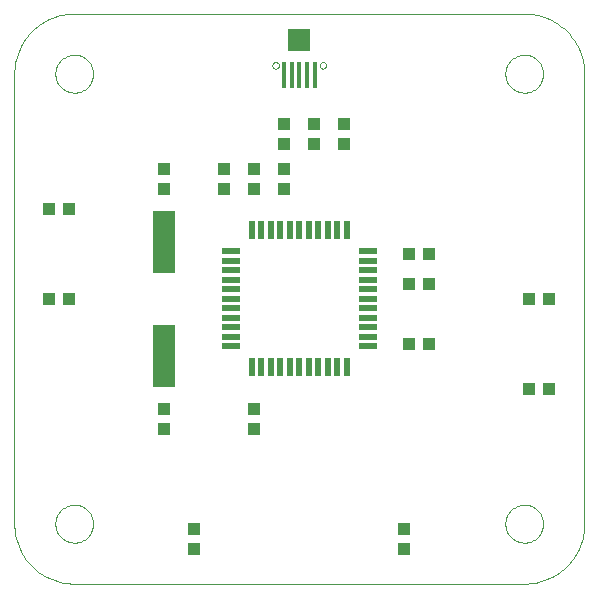
<source format=gtp>
G75*
G70*
%OFA0B0*%
%FSLAX24Y24*%
%IPPOS*%
%LPD*%
%AMOC8*
5,1,8,0,0,1.08239X$1,22.5*
%
%ADD10C,0.0000*%
%ADD11R,0.0157X0.0886*%
%ADD12R,0.0748X0.0748*%
%ADD13R,0.0197X0.0591*%
%ADD14R,0.0591X0.0197*%
%ADD15R,0.0760X0.2100*%
%ADD16R,0.0394X0.0433*%
%ADD17R,0.0433X0.0394*%
D10*
X000655Y002655D02*
X000655Y017655D01*
X002025Y017655D02*
X002027Y017705D01*
X002033Y017755D01*
X002043Y017804D01*
X002057Y017852D01*
X002074Y017899D01*
X002095Y017944D01*
X002120Y017988D01*
X002148Y018029D01*
X002180Y018068D01*
X002214Y018105D01*
X002251Y018139D01*
X002291Y018169D01*
X002333Y018196D01*
X002377Y018220D01*
X002423Y018241D01*
X002470Y018257D01*
X002518Y018270D01*
X002568Y018279D01*
X002617Y018284D01*
X002668Y018285D01*
X002718Y018282D01*
X002767Y018275D01*
X002816Y018264D01*
X002864Y018249D01*
X002910Y018231D01*
X002955Y018209D01*
X002998Y018183D01*
X003039Y018154D01*
X003078Y018122D01*
X003114Y018087D01*
X003146Y018049D01*
X003176Y018009D01*
X003203Y017966D01*
X003226Y017922D01*
X003245Y017876D01*
X003261Y017828D01*
X003273Y017779D01*
X003281Y017730D01*
X003285Y017680D01*
X003285Y017630D01*
X003281Y017580D01*
X003273Y017531D01*
X003261Y017482D01*
X003245Y017434D01*
X003226Y017388D01*
X003203Y017344D01*
X003176Y017301D01*
X003146Y017261D01*
X003114Y017223D01*
X003078Y017188D01*
X003039Y017156D01*
X002998Y017127D01*
X002955Y017101D01*
X002910Y017079D01*
X002864Y017061D01*
X002816Y017046D01*
X002767Y017035D01*
X002718Y017028D01*
X002668Y017025D01*
X002617Y017026D01*
X002568Y017031D01*
X002518Y017040D01*
X002470Y017053D01*
X002423Y017069D01*
X002377Y017090D01*
X002333Y017114D01*
X002291Y017141D01*
X002251Y017171D01*
X002214Y017205D01*
X002180Y017242D01*
X002148Y017281D01*
X002120Y017322D01*
X002095Y017366D01*
X002074Y017411D01*
X002057Y017458D01*
X002043Y017506D01*
X002033Y017555D01*
X002027Y017605D01*
X002025Y017655D01*
X000655Y017655D02*
X000657Y017750D01*
X000664Y017845D01*
X000675Y017940D01*
X000691Y018034D01*
X000711Y018127D01*
X000736Y018218D01*
X000765Y018309D01*
X000798Y018398D01*
X000836Y018486D01*
X000877Y018571D01*
X000923Y018655D01*
X000972Y018736D01*
X001026Y018815D01*
X001083Y018891D01*
X001144Y018965D01*
X001208Y019035D01*
X001275Y019102D01*
X001345Y019166D01*
X001419Y019227D01*
X001495Y019284D01*
X001574Y019338D01*
X001655Y019387D01*
X001739Y019433D01*
X001824Y019474D01*
X001912Y019512D01*
X002001Y019545D01*
X002092Y019574D01*
X002183Y019599D01*
X002276Y019619D01*
X002370Y019635D01*
X002465Y019646D01*
X002560Y019653D01*
X002655Y019655D01*
X017655Y019655D01*
X017025Y017655D02*
X017027Y017705D01*
X017033Y017755D01*
X017043Y017804D01*
X017057Y017852D01*
X017074Y017899D01*
X017095Y017944D01*
X017120Y017988D01*
X017148Y018029D01*
X017180Y018068D01*
X017214Y018105D01*
X017251Y018139D01*
X017291Y018169D01*
X017333Y018196D01*
X017377Y018220D01*
X017423Y018241D01*
X017470Y018257D01*
X017518Y018270D01*
X017568Y018279D01*
X017617Y018284D01*
X017668Y018285D01*
X017718Y018282D01*
X017767Y018275D01*
X017816Y018264D01*
X017864Y018249D01*
X017910Y018231D01*
X017955Y018209D01*
X017998Y018183D01*
X018039Y018154D01*
X018078Y018122D01*
X018114Y018087D01*
X018146Y018049D01*
X018176Y018009D01*
X018203Y017966D01*
X018226Y017922D01*
X018245Y017876D01*
X018261Y017828D01*
X018273Y017779D01*
X018281Y017730D01*
X018285Y017680D01*
X018285Y017630D01*
X018281Y017580D01*
X018273Y017531D01*
X018261Y017482D01*
X018245Y017434D01*
X018226Y017388D01*
X018203Y017344D01*
X018176Y017301D01*
X018146Y017261D01*
X018114Y017223D01*
X018078Y017188D01*
X018039Y017156D01*
X017998Y017127D01*
X017955Y017101D01*
X017910Y017079D01*
X017864Y017061D01*
X017816Y017046D01*
X017767Y017035D01*
X017718Y017028D01*
X017668Y017025D01*
X017617Y017026D01*
X017568Y017031D01*
X017518Y017040D01*
X017470Y017053D01*
X017423Y017069D01*
X017377Y017090D01*
X017333Y017114D01*
X017291Y017141D01*
X017251Y017171D01*
X017214Y017205D01*
X017180Y017242D01*
X017148Y017281D01*
X017120Y017322D01*
X017095Y017366D01*
X017074Y017411D01*
X017057Y017458D01*
X017043Y017506D01*
X017033Y017555D01*
X017027Y017605D01*
X017025Y017655D01*
X017655Y019655D02*
X017750Y019653D01*
X017845Y019646D01*
X017940Y019635D01*
X018034Y019619D01*
X018127Y019599D01*
X018218Y019574D01*
X018309Y019545D01*
X018398Y019512D01*
X018486Y019474D01*
X018571Y019433D01*
X018655Y019387D01*
X018736Y019338D01*
X018815Y019284D01*
X018891Y019227D01*
X018965Y019166D01*
X019035Y019102D01*
X019102Y019035D01*
X019166Y018965D01*
X019227Y018891D01*
X019284Y018815D01*
X019338Y018736D01*
X019387Y018655D01*
X019433Y018571D01*
X019474Y018486D01*
X019512Y018398D01*
X019545Y018309D01*
X019574Y018218D01*
X019599Y018127D01*
X019619Y018034D01*
X019635Y017940D01*
X019646Y017845D01*
X019653Y017750D01*
X019655Y017655D01*
X019655Y002655D01*
X017025Y002655D02*
X017027Y002705D01*
X017033Y002755D01*
X017043Y002804D01*
X017057Y002852D01*
X017074Y002899D01*
X017095Y002944D01*
X017120Y002988D01*
X017148Y003029D01*
X017180Y003068D01*
X017214Y003105D01*
X017251Y003139D01*
X017291Y003169D01*
X017333Y003196D01*
X017377Y003220D01*
X017423Y003241D01*
X017470Y003257D01*
X017518Y003270D01*
X017568Y003279D01*
X017617Y003284D01*
X017668Y003285D01*
X017718Y003282D01*
X017767Y003275D01*
X017816Y003264D01*
X017864Y003249D01*
X017910Y003231D01*
X017955Y003209D01*
X017998Y003183D01*
X018039Y003154D01*
X018078Y003122D01*
X018114Y003087D01*
X018146Y003049D01*
X018176Y003009D01*
X018203Y002966D01*
X018226Y002922D01*
X018245Y002876D01*
X018261Y002828D01*
X018273Y002779D01*
X018281Y002730D01*
X018285Y002680D01*
X018285Y002630D01*
X018281Y002580D01*
X018273Y002531D01*
X018261Y002482D01*
X018245Y002434D01*
X018226Y002388D01*
X018203Y002344D01*
X018176Y002301D01*
X018146Y002261D01*
X018114Y002223D01*
X018078Y002188D01*
X018039Y002156D01*
X017998Y002127D01*
X017955Y002101D01*
X017910Y002079D01*
X017864Y002061D01*
X017816Y002046D01*
X017767Y002035D01*
X017718Y002028D01*
X017668Y002025D01*
X017617Y002026D01*
X017568Y002031D01*
X017518Y002040D01*
X017470Y002053D01*
X017423Y002069D01*
X017377Y002090D01*
X017333Y002114D01*
X017291Y002141D01*
X017251Y002171D01*
X017214Y002205D01*
X017180Y002242D01*
X017148Y002281D01*
X017120Y002322D01*
X017095Y002366D01*
X017074Y002411D01*
X017057Y002458D01*
X017043Y002506D01*
X017033Y002555D01*
X017027Y002605D01*
X017025Y002655D01*
X017655Y000655D02*
X017750Y000657D01*
X017845Y000664D01*
X017940Y000675D01*
X018034Y000691D01*
X018127Y000711D01*
X018218Y000736D01*
X018309Y000765D01*
X018398Y000798D01*
X018486Y000836D01*
X018571Y000877D01*
X018655Y000923D01*
X018736Y000972D01*
X018815Y001026D01*
X018891Y001083D01*
X018965Y001144D01*
X019035Y001208D01*
X019102Y001275D01*
X019166Y001345D01*
X019227Y001419D01*
X019284Y001495D01*
X019338Y001574D01*
X019387Y001655D01*
X019433Y001739D01*
X019474Y001824D01*
X019512Y001912D01*
X019545Y002001D01*
X019574Y002092D01*
X019599Y002183D01*
X019619Y002276D01*
X019635Y002370D01*
X019646Y002465D01*
X019653Y002560D01*
X019655Y002655D01*
X017655Y000655D02*
X002655Y000655D01*
X002025Y002655D02*
X002027Y002705D01*
X002033Y002755D01*
X002043Y002804D01*
X002057Y002852D01*
X002074Y002899D01*
X002095Y002944D01*
X002120Y002988D01*
X002148Y003029D01*
X002180Y003068D01*
X002214Y003105D01*
X002251Y003139D01*
X002291Y003169D01*
X002333Y003196D01*
X002377Y003220D01*
X002423Y003241D01*
X002470Y003257D01*
X002518Y003270D01*
X002568Y003279D01*
X002617Y003284D01*
X002668Y003285D01*
X002718Y003282D01*
X002767Y003275D01*
X002816Y003264D01*
X002864Y003249D01*
X002910Y003231D01*
X002955Y003209D01*
X002998Y003183D01*
X003039Y003154D01*
X003078Y003122D01*
X003114Y003087D01*
X003146Y003049D01*
X003176Y003009D01*
X003203Y002966D01*
X003226Y002922D01*
X003245Y002876D01*
X003261Y002828D01*
X003273Y002779D01*
X003281Y002730D01*
X003285Y002680D01*
X003285Y002630D01*
X003281Y002580D01*
X003273Y002531D01*
X003261Y002482D01*
X003245Y002434D01*
X003226Y002388D01*
X003203Y002344D01*
X003176Y002301D01*
X003146Y002261D01*
X003114Y002223D01*
X003078Y002188D01*
X003039Y002156D01*
X002998Y002127D01*
X002955Y002101D01*
X002910Y002079D01*
X002864Y002061D01*
X002816Y002046D01*
X002767Y002035D01*
X002718Y002028D01*
X002668Y002025D01*
X002617Y002026D01*
X002568Y002031D01*
X002518Y002040D01*
X002470Y002053D01*
X002423Y002069D01*
X002377Y002090D01*
X002333Y002114D01*
X002291Y002141D01*
X002251Y002171D01*
X002214Y002205D01*
X002180Y002242D01*
X002148Y002281D01*
X002120Y002322D01*
X002095Y002366D01*
X002074Y002411D01*
X002057Y002458D01*
X002043Y002506D01*
X002033Y002555D01*
X002027Y002605D01*
X002025Y002655D01*
X000655Y002655D02*
X000657Y002560D01*
X000664Y002465D01*
X000675Y002370D01*
X000691Y002276D01*
X000711Y002183D01*
X000736Y002092D01*
X000765Y002001D01*
X000798Y001912D01*
X000836Y001824D01*
X000877Y001739D01*
X000923Y001655D01*
X000972Y001574D01*
X001026Y001495D01*
X001083Y001419D01*
X001144Y001345D01*
X001208Y001275D01*
X001275Y001208D01*
X001345Y001144D01*
X001419Y001083D01*
X001495Y001026D01*
X001574Y000972D01*
X001655Y000923D01*
X001739Y000877D01*
X001824Y000836D01*
X001912Y000798D01*
X002001Y000765D01*
X002092Y000736D01*
X002183Y000711D01*
X002276Y000691D01*
X002370Y000675D01*
X002465Y000664D01*
X002560Y000657D01*
X002655Y000655D01*
X009260Y017934D02*
X009262Y017954D01*
X009268Y017974D01*
X009277Y017992D01*
X009290Y018009D01*
X009305Y018022D01*
X009323Y018032D01*
X009343Y018039D01*
X009363Y018042D01*
X009383Y018041D01*
X009403Y018036D01*
X009422Y018028D01*
X009439Y018016D01*
X009453Y018001D01*
X009464Y017983D01*
X009472Y017964D01*
X009476Y017944D01*
X009476Y017924D01*
X009472Y017904D01*
X009464Y017885D01*
X009453Y017867D01*
X009439Y017852D01*
X009422Y017840D01*
X009403Y017832D01*
X009383Y017827D01*
X009363Y017826D01*
X009343Y017829D01*
X009323Y017836D01*
X009305Y017846D01*
X009290Y017859D01*
X009277Y017876D01*
X009268Y017894D01*
X009262Y017914D01*
X009260Y017934D01*
X010835Y017934D02*
X010837Y017954D01*
X010843Y017974D01*
X010852Y017992D01*
X010865Y018009D01*
X010880Y018022D01*
X010898Y018032D01*
X010918Y018039D01*
X010938Y018042D01*
X010958Y018041D01*
X010978Y018036D01*
X010997Y018028D01*
X011014Y018016D01*
X011028Y018001D01*
X011039Y017983D01*
X011047Y017964D01*
X011051Y017944D01*
X011051Y017924D01*
X011047Y017904D01*
X011039Y017885D01*
X011028Y017867D01*
X011014Y017852D01*
X010997Y017840D01*
X010978Y017832D01*
X010958Y017827D01*
X010938Y017826D01*
X010918Y017829D01*
X010898Y017836D01*
X010880Y017846D01*
X010865Y017859D01*
X010852Y017876D01*
X010843Y017894D01*
X010837Y017914D01*
X010835Y017934D01*
D11*
X010667Y017629D03*
X010411Y017629D03*
X010155Y017629D03*
X009899Y017629D03*
X009643Y017629D03*
D12*
X010155Y018780D03*
D13*
X010155Y012439D03*
X010470Y012439D03*
X010785Y012439D03*
X011100Y012439D03*
X011415Y012439D03*
X011730Y012439D03*
X009840Y012439D03*
X009525Y012439D03*
X009210Y012439D03*
X008895Y012439D03*
X008580Y012439D03*
X008580Y007872D03*
X008895Y007872D03*
X009210Y007872D03*
X009525Y007872D03*
X009840Y007872D03*
X010155Y007872D03*
X010470Y007872D03*
X010785Y007872D03*
X011100Y007872D03*
X011415Y007872D03*
X011730Y007872D03*
D14*
X012439Y008580D03*
X012439Y008895D03*
X012439Y009210D03*
X012439Y009525D03*
X012439Y009840D03*
X012439Y010155D03*
X012439Y010470D03*
X012439Y010785D03*
X012439Y011100D03*
X012439Y011415D03*
X012439Y011730D03*
X007872Y011730D03*
X007872Y011415D03*
X007872Y011100D03*
X007872Y010785D03*
X007872Y010470D03*
X007872Y010155D03*
X007872Y009840D03*
X007872Y009525D03*
X007872Y009210D03*
X007872Y008895D03*
X007872Y008580D03*
D15*
X005655Y008255D03*
X005655Y012055D03*
D16*
X005655Y013820D03*
X005655Y014490D03*
X008655Y014490D03*
X008655Y013820D03*
X009655Y013820D03*
X009655Y014490D03*
X011655Y015320D03*
X011655Y015990D03*
X017820Y010155D03*
X018490Y010155D03*
X018490Y007155D03*
X017820Y007155D03*
X008655Y006490D03*
X008655Y005820D03*
X005655Y005820D03*
X005655Y006490D03*
X002490Y010155D03*
X001820Y010155D03*
X001820Y013155D03*
X002490Y013155D03*
D17*
X007655Y013820D03*
X007655Y014490D03*
X009655Y015320D03*
X009655Y015990D03*
X010655Y015990D03*
X010655Y015320D03*
X013820Y011655D03*
X014490Y011655D03*
X014490Y010655D03*
X013820Y010655D03*
X013820Y008655D03*
X014490Y008655D03*
X013655Y002490D03*
X013655Y001820D03*
X006655Y001820D03*
X006655Y002490D03*
M02*

</source>
